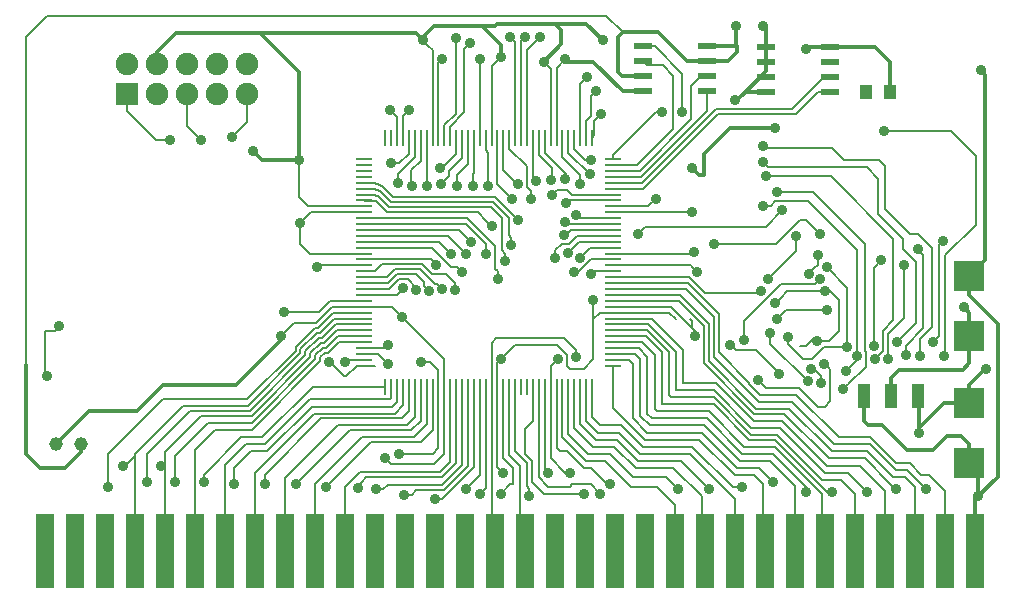
<source format=gtl>
G04 #@! TF.FileFunction,Copper,L1,Top,Signal*
%FSLAX46Y46*%
G04 Gerber Fmt 4.6, Leading zero omitted, Abs format (unit mm)*
G04 Created by KiCad (PCBNEW (after 2015-may-25 BZR unknown)-product) date 17/02/2017 21:19:06*
%MOMM*%
G01*
G04 APERTURE LIST*
%ADD10C,0.100000*%
%ADD11R,1.450000X0.250000*%
%ADD12R,0.250000X1.450000*%
%ADD13R,1.900000X1.900000*%
%ADD14C,1.900000*%
%ADD15C,1.168400*%
%ADD16R,1.600200X6.299200*%
%ADD17R,2.499360X2.550160*%
%ADD18R,1.000000X1.250000*%
%ADD19R,1.550000X0.600000*%
%ADD20R,1.016000X2.032000*%
%ADD21C,0.889000*%
%ADD22C,0.210000*%
%ADD23C,0.200000*%
%ADD24C,0.310000*%
%ADD25C,0.300000*%
G04 APERTURE END LIST*
D10*
D11*
X195450000Y-130900000D03*
X195450000Y-131400000D03*
X195450000Y-131900000D03*
X195450000Y-132400000D03*
X195450000Y-132900000D03*
X195450000Y-133400000D03*
X195450000Y-133900000D03*
X195450000Y-134400000D03*
X195450000Y-134900000D03*
X195450000Y-135400000D03*
X195450000Y-135900000D03*
X195450000Y-136400000D03*
X195450000Y-136900000D03*
X195450000Y-137400000D03*
X195450000Y-137900000D03*
X195450000Y-138400000D03*
X195450000Y-138900000D03*
X195450000Y-139400000D03*
X195450000Y-139900000D03*
X195450000Y-140400000D03*
X195450000Y-140900000D03*
X195450000Y-141400000D03*
X195450000Y-141900000D03*
X195450000Y-142400000D03*
X195450000Y-142900000D03*
X195450000Y-143400000D03*
X195450000Y-143900000D03*
X195450000Y-144400000D03*
X195450000Y-144900000D03*
X195450000Y-145400000D03*
X195450000Y-145900000D03*
X195450000Y-146400000D03*
X195450000Y-146900000D03*
X195450000Y-147400000D03*
X195450000Y-147900000D03*
X195450000Y-148400000D03*
D12*
X197250000Y-150200000D03*
X197750000Y-150200000D03*
X198250000Y-150200000D03*
X198750000Y-150200000D03*
X199250000Y-150200000D03*
X199750000Y-150200000D03*
X200250000Y-150200000D03*
X200750000Y-150200000D03*
X201250000Y-150200000D03*
X201750000Y-150200000D03*
X202250000Y-150200000D03*
X202750000Y-150200000D03*
X203250000Y-150200000D03*
X203750000Y-150200000D03*
X204250000Y-150200000D03*
X204750000Y-150200000D03*
X205250000Y-150200000D03*
X205750000Y-150200000D03*
X206250000Y-150200000D03*
X206750000Y-150200000D03*
X207250000Y-150200000D03*
X207750000Y-150200000D03*
X208250000Y-150200000D03*
X208750000Y-150200000D03*
X209250000Y-150200000D03*
X209750000Y-150200000D03*
X210250000Y-150200000D03*
X210750000Y-150200000D03*
X211250000Y-150200000D03*
X211750000Y-150200000D03*
X212250000Y-150200000D03*
X212750000Y-150200000D03*
X213250000Y-150200000D03*
X213750000Y-150200000D03*
X214250000Y-150200000D03*
X214750000Y-150200000D03*
D11*
X216550000Y-148400000D03*
X216550000Y-147900000D03*
X216550000Y-147400000D03*
X216550000Y-146900000D03*
X216550000Y-146400000D03*
X216550000Y-145900000D03*
X216550000Y-145400000D03*
X216550000Y-144900000D03*
X216550000Y-144400000D03*
X216550000Y-143900000D03*
X216550000Y-143400000D03*
X216550000Y-142900000D03*
X216550000Y-142400000D03*
X216550000Y-141900000D03*
X216550000Y-141400000D03*
X216550000Y-140900000D03*
X216550000Y-140400000D03*
X216550000Y-139900000D03*
X216550000Y-139400000D03*
X216550000Y-138900000D03*
X216550000Y-138400000D03*
X216550000Y-137900000D03*
X216550000Y-137400000D03*
X216550000Y-136900000D03*
X216550000Y-136400000D03*
X216550000Y-135900000D03*
X216550000Y-135400000D03*
X216550000Y-134900000D03*
X216550000Y-134400000D03*
X216550000Y-133900000D03*
X216550000Y-133400000D03*
X216550000Y-132900000D03*
X216550000Y-132400000D03*
X216550000Y-131900000D03*
X216550000Y-131400000D03*
X216550000Y-130900000D03*
D12*
X214750000Y-129100000D03*
X214250000Y-129100000D03*
X213750000Y-129100000D03*
X213250000Y-129100000D03*
X212750000Y-129100000D03*
X212250000Y-129100000D03*
X211750000Y-129100000D03*
X211250000Y-129100000D03*
X210750000Y-129100000D03*
X210250000Y-129100000D03*
X209750000Y-129100000D03*
X209250000Y-129100000D03*
X208750000Y-129100000D03*
X208250000Y-129100000D03*
X207750000Y-129100000D03*
X207250000Y-129100000D03*
X206750000Y-129100000D03*
X206250000Y-129100000D03*
X205750000Y-129100000D03*
X205250000Y-129100000D03*
X204750000Y-129100000D03*
X204250000Y-129100000D03*
X203750000Y-129100000D03*
X203250000Y-129100000D03*
X202750000Y-129100000D03*
X202250000Y-129100000D03*
X201750000Y-129100000D03*
X201250000Y-129100000D03*
X200750000Y-129100000D03*
X200250000Y-129100000D03*
X199750000Y-129100000D03*
X199250000Y-129100000D03*
X198750000Y-129100000D03*
X198250000Y-129100000D03*
X197750000Y-129100000D03*
X197250000Y-129100000D03*
D13*
X175420000Y-125370000D03*
D14*
X175420000Y-122830000D03*
X177960000Y-125370000D03*
X177960000Y-122830000D03*
X180500000Y-125370000D03*
X180500000Y-122830000D03*
X183040000Y-125370000D03*
X183040000Y-122830000D03*
X185580000Y-125370000D03*
X185580000Y-122830000D03*
D15*
X169402250Y-155050000D03*
X171497750Y-155050000D03*
D16*
X168443180Y-164118580D03*
X170983180Y-164118580D03*
X173523180Y-164118580D03*
X176063180Y-164118580D03*
X178603180Y-164118580D03*
X181143180Y-164118580D03*
X183683180Y-164118580D03*
X186223180Y-164118580D03*
X188763180Y-164118580D03*
X191303180Y-164118580D03*
X193843180Y-164118580D03*
X196383180Y-164118580D03*
X198923180Y-164118580D03*
X201463180Y-164118580D03*
X204003180Y-164118580D03*
X206543180Y-164118580D03*
X209083180Y-164118580D03*
X211623180Y-164118580D03*
X214163180Y-164118580D03*
X216703180Y-164118580D03*
X219243180Y-164118580D03*
X221783180Y-164118580D03*
X224323180Y-164118580D03*
X226863180Y-164118580D03*
X229403180Y-164118580D03*
X231943180Y-164118580D03*
X234483180Y-164118580D03*
X237023180Y-164118580D03*
X239563180Y-164118580D03*
X242103180Y-164118580D03*
X244643180Y-164118580D03*
X247183180Y-164118580D03*
D17*
X246700000Y-145874760D03*
X246700000Y-140825240D03*
X246700000Y-151575240D03*
X246700000Y-156624760D03*
D18*
X237950000Y-125250000D03*
X239950000Y-125250000D03*
D19*
X219065000Y-121358800D03*
X219065000Y-122628800D03*
X219065000Y-123898800D03*
X219065000Y-125168800D03*
X224465000Y-125168800D03*
X224465000Y-123898800D03*
X224465000Y-122628800D03*
X224465000Y-121358800D03*
X229499300Y-121371500D03*
X229499300Y-122641500D03*
X229499300Y-123911500D03*
X229499300Y-125181500D03*
X234899300Y-125181500D03*
X234899300Y-123911500D03*
X234899300Y-122641500D03*
X234899300Y-121371500D03*
D20*
X240050000Y-150952000D03*
X242336000Y-150952000D03*
X237764000Y-150952000D03*
D21*
X213703157Y-139272752D03*
X205250000Y-159250000D03*
X247450000Y-159450000D03*
X223350000Y-138750000D03*
X223250000Y-135350000D03*
X212450000Y-122450000D03*
X205250000Y-122450000D03*
X190050000Y-136300000D03*
X188450000Y-145850000D03*
X212850000Y-157450000D03*
X229250000Y-119650000D03*
X247650000Y-123350000D03*
X202050000Y-122450000D03*
X223450000Y-145850000D03*
X226850001Y-125870470D03*
X211849998Y-147850002D03*
X197250000Y-156250000D03*
X198650000Y-144250000D03*
X207050000Y-147850000D03*
X220150000Y-134250000D03*
X210650000Y-122650000D03*
X207050000Y-122250000D03*
X191450000Y-140050000D03*
X189950000Y-131000000D03*
X188650000Y-143850000D03*
X207250000Y-157450000D03*
X211050000Y-157450000D03*
X198400000Y-155850000D03*
X200450000Y-120850000D03*
X215650000Y-120850000D03*
X223650000Y-140450000D03*
X214850000Y-142850000D03*
X223250000Y-131650000D03*
X230250000Y-128250000D03*
X246250000Y-143450000D03*
X200250000Y-148050000D03*
X186050000Y-130250000D03*
X242448200Y-154112100D03*
X248149999Y-148650000D03*
X232850000Y-121550000D03*
X226950000Y-119650001D03*
X196450000Y-158850000D03*
X233024176Y-149710192D03*
X229850000Y-145650001D03*
X187050000Y-158450000D03*
X226469550Y-146650000D03*
X230620308Y-149057449D03*
X173800000Y-158650000D03*
X179450000Y-158250000D03*
X184450000Y-158450000D03*
X189650000Y-158450000D03*
X194906431Y-158706431D03*
X198850000Y-159299510D03*
X234114948Y-149864060D03*
X233331639Y-148655064D03*
X229250000Y-134850000D03*
X236250000Y-148850000D03*
X237170000Y-147613911D03*
X204050000Y-158850000D03*
X230450000Y-133650000D03*
X209450000Y-159450000D03*
X236012064Y-150398576D03*
X215450000Y-159250000D03*
X229450000Y-132350000D03*
X238689021Y-147843347D03*
X240548551Y-146392813D03*
X224650000Y-158850000D03*
X229250000Y-131150000D03*
X232850000Y-159050000D03*
X242550000Y-147550000D03*
X229250000Y-129750000D03*
X240450000Y-158850000D03*
X244550000Y-147550000D03*
X239450000Y-128550000D03*
X238050000Y-159050000D03*
X244450000Y-137850000D03*
X243650000Y-146350000D03*
X230050000Y-158250000D03*
X242350000Y-138550000D03*
X241306764Y-147446066D03*
X222050000Y-158850000D03*
X241150000Y-139850000D03*
X239787889Y-147825536D03*
X214050000Y-159250000D03*
X239250000Y-139450000D03*
X238609176Y-146747239D03*
X218650000Y-137250000D03*
X214650000Y-140650000D03*
X230850000Y-135250000D03*
X177050000Y-158250000D03*
X232050000Y-137450000D03*
X229650000Y-141050000D03*
X234050000Y-137250000D03*
X225050000Y-138050000D03*
X213369021Y-147674441D03*
X181902700Y-158250000D03*
X233850000Y-139050000D03*
X228806997Y-149577054D03*
X233083303Y-140592749D03*
X234434416Y-148210382D03*
X234650000Y-140050000D03*
X178250000Y-156850000D03*
X236382642Y-146847169D03*
X231386533Y-145954633D03*
X227650000Y-146250000D03*
X175050000Y-156850000D03*
X234090627Y-141032208D03*
X192250000Y-158650000D03*
X234438236Y-142076152D03*
X233779220Y-146278283D03*
X230283905Y-143086608D03*
X229050000Y-142050000D03*
X230410917Y-144402028D03*
X234650000Y-143650012D03*
X197750000Y-131250000D03*
X198350000Y-132950000D03*
X199550000Y-133150000D03*
X200750000Y-133150000D03*
X203250000Y-120650000D03*
X204450000Y-121050000D03*
X201850000Y-131650000D03*
X201950000Y-133050000D03*
X203350000Y-133150000D03*
X204650000Y-133150000D03*
X205950000Y-133150000D03*
X207950000Y-134250000D03*
X208450000Y-133050000D03*
X207850000Y-120550002D03*
X209072330Y-120534466D03*
X210350000Y-120550000D03*
X209969021Y-132748225D03*
X211250000Y-132650000D03*
X212450000Y-132550000D03*
X213750000Y-133050000D03*
X214550000Y-132150000D03*
X214650000Y-130950000D03*
X214350000Y-123950000D03*
X212682484Y-138865255D03*
X211644249Y-139263583D03*
X212406324Y-137346234D03*
X212465280Y-136248805D03*
X213401915Y-135609853D03*
X212549994Y-134650000D03*
X211350000Y-133950000D03*
X208450000Y-136050000D03*
X207889291Y-138183727D03*
X207393447Y-139524675D03*
X206250000Y-136550000D03*
X206765454Y-141041477D03*
X205817561Y-138931439D03*
X204510684Y-137909807D03*
X204063109Y-138913552D03*
X202838694Y-138943935D03*
X203739956Y-140456389D03*
X201531986Y-139835216D03*
X203146383Y-141987582D03*
X202042088Y-141926828D03*
X200950000Y-142050000D03*
X197450000Y-146650000D03*
X181650000Y-129250000D03*
X197450000Y-148250000D03*
X168650000Y-149250000D03*
X169650000Y-145050000D03*
X184250000Y-129050000D03*
X193871758Y-148050360D03*
X179050000Y-129250000D03*
X192511800Y-148050360D03*
X201450000Y-159719520D03*
X207050000Y-159250000D03*
X216250000Y-158450000D03*
X227450000Y-158650000D03*
X235050000Y-159050000D03*
X243050000Y-158850000D03*
X222409520Y-126950000D03*
X220650000Y-126950000D03*
X199250000Y-126750000D03*
X197650000Y-126750000D03*
X209550000Y-134250000D03*
X215550000Y-127050000D03*
X213249996Y-140450000D03*
X215050000Y-125150000D03*
X199851871Y-142005954D03*
X198766036Y-141836277D03*
D22*
X214147656Y-138828253D02*
X213703157Y-139272752D01*
X214575909Y-138400000D02*
X214147656Y-138828253D01*
X216550000Y-138400000D02*
X214575909Y-138400000D01*
D23*
X205750000Y-153850000D02*
X205750000Y-153950000D01*
X205750000Y-150200000D02*
X205750000Y-153850000D01*
D22*
X205750000Y-158750000D02*
X205250000Y-159250000D01*
X188894499Y-145405501D02*
X188450000Y-145850000D01*
X192754241Y-143400000D02*
X191383442Y-144770799D01*
X189529201Y-144770799D02*
X188894499Y-145405501D01*
X191383442Y-144770799D02*
X189529201Y-144770799D01*
X195450000Y-143400000D02*
X192754241Y-143400000D01*
D24*
X219065000Y-125168800D02*
X217368800Y-125168800D01*
X214850000Y-122650000D02*
X212650000Y-122650000D01*
X217368800Y-125168800D02*
X214850000Y-122650000D01*
X212650000Y-122650000D02*
X212450000Y-122450000D01*
X247450000Y-157374760D02*
X246700000Y-156624760D01*
X247450000Y-159450000D02*
X247450000Y-157374760D01*
X246700000Y-156624760D02*
X246700000Y-155039680D01*
X246700000Y-155039680D02*
X246001020Y-154340700D01*
X246001020Y-154340700D02*
X244823100Y-154340700D01*
X244823100Y-154340700D02*
X243654700Y-155509100D01*
X243654700Y-155509100D02*
X241432200Y-155509100D01*
X241432200Y-155509100D02*
X239311300Y-153388200D01*
X239311300Y-153388200D02*
X238117500Y-153388200D01*
X238117500Y-153388200D02*
X237764000Y-153034700D01*
X247183180Y-159716820D02*
X247450000Y-159450000D01*
D22*
X216550000Y-138900000D02*
X223200000Y-138900000D01*
X223200000Y-138900000D02*
X223350000Y-138750000D01*
X216550000Y-135400000D02*
X223200000Y-135400000D01*
X223200000Y-135400000D02*
X223250000Y-135350000D01*
X211750000Y-129100000D02*
X211750000Y-123150000D01*
X211750000Y-123150000D02*
X212450000Y-122450000D01*
X205250000Y-129100000D02*
X205250000Y-122450000D01*
X195450000Y-138900000D02*
X190900000Y-138900000D01*
D23*
X202250000Y-150200000D02*
X202250000Y-154350000D01*
X195450000Y-135400000D02*
X190950000Y-135400000D01*
X211250000Y-150200000D02*
X211250000Y-152600000D01*
D24*
X247183180Y-164118580D02*
X247183180Y-159716820D01*
X237764000Y-153034700D02*
X237764000Y-150952000D01*
D22*
X190900000Y-138900000D02*
X190050000Y-138050000D01*
X190050000Y-138050000D02*
X190050000Y-136300000D01*
D23*
X190950000Y-135400000D02*
X190050000Y-136300000D01*
D24*
X188450000Y-146250000D02*
X184650000Y-150050000D01*
X188450000Y-145850000D02*
X188450000Y-146250000D01*
X176250000Y-152250000D02*
X172250000Y-152250000D01*
X178450000Y-150050000D02*
X176250000Y-152250000D01*
X184650000Y-150050000D02*
X178450000Y-150050000D01*
X172250000Y-152250000D02*
X172202250Y-152250000D01*
X172202250Y-152250000D02*
X169402250Y-155050000D01*
D23*
X202250000Y-154250000D02*
X202250000Y-154350000D01*
X202250000Y-154350000D02*
X202250000Y-154250000D01*
D22*
X211250000Y-152600000D02*
X211250000Y-156250000D01*
X211250000Y-156250000D02*
X212450000Y-157450000D01*
X212450000Y-157450000D02*
X212850000Y-157450000D01*
D24*
X249115700Y-157784300D02*
X249115700Y-144826020D01*
X249115700Y-144826020D02*
X246700000Y-142410320D01*
X246700000Y-142410320D02*
X246700000Y-140825240D01*
X247450000Y-159450000D02*
X249115700Y-157784300D01*
D25*
X229499300Y-122641500D02*
X229499300Y-121371500D01*
X229499300Y-119899300D02*
X229250000Y-119650000D01*
X229499300Y-121371500D02*
X229499300Y-119899300D01*
X248050000Y-139475240D02*
X246700000Y-140825240D01*
X248050000Y-123750000D02*
X248050000Y-139475240D01*
X247650000Y-123350000D02*
X248050000Y-123750000D01*
D22*
X201750000Y-129100000D02*
X201750000Y-122750000D01*
X201750000Y-122750000D02*
X202050000Y-122450000D01*
X223450000Y-145421383D02*
X223450000Y-145850000D01*
X223050000Y-144450000D02*
X223250000Y-144650000D01*
X223250000Y-144650000D02*
X223250000Y-145221383D01*
X223250000Y-145221383D02*
X223450000Y-145421383D01*
D25*
X229499300Y-125181500D02*
X227718500Y-125181500D01*
X229499300Y-123400700D02*
X227294499Y-125605501D01*
X227718500Y-125181500D02*
X227294499Y-125605501D01*
X229499300Y-122641500D02*
X229499300Y-123400700D01*
X229499300Y-123911500D02*
X229024300Y-123911500D01*
X227294499Y-125605501D02*
X227294489Y-125605501D01*
X229024300Y-123911500D02*
X227065330Y-125870470D01*
X227294489Y-125605501D02*
X227029520Y-125870470D01*
X227029520Y-125870470D02*
X226850001Y-125870470D01*
X227065330Y-125870470D02*
X226850001Y-125870470D01*
D22*
X221428617Y-143400000D02*
X223250000Y-145221383D01*
X216550000Y-143400000D02*
X221428617Y-143400000D01*
X211405499Y-148294501D02*
X211849998Y-147850002D01*
X211250000Y-150200000D02*
X211250000Y-148450000D01*
X211250000Y-148450000D02*
X211405499Y-148294501D01*
X205750000Y-153950000D02*
X205750000Y-158750000D01*
X202250000Y-155850000D02*
X201405501Y-156694499D01*
X202250000Y-154350000D02*
X202250000Y-155850000D01*
X201405501Y-156694499D02*
X197694499Y-156694499D01*
X197694499Y-156694499D02*
X197250000Y-156250000D01*
X202250000Y-150200000D02*
X202250000Y-147850000D01*
X195450000Y-143400000D02*
X197800000Y-143400000D01*
X197800000Y-143400000D02*
X198205501Y-143805501D01*
X198205501Y-143805501D02*
X198650000Y-144250000D01*
X202250000Y-147850000D02*
X199094499Y-144694499D01*
X199094499Y-144694499D02*
X198650000Y-144250000D01*
X206750000Y-150200000D02*
X206750000Y-148150000D01*
D24*
X246700000Y-145874760D02*
X246700000Y-145849360D01*
D22*
X216550000Y-134900000D02*
X219500000Y-134900000D01*
X219500000Y-134900000D02*
X220150000Y-134250000D01*
X211250000Y-129100000D02*
X211250000Y-123250000D01*
X211250000Y-123250000D02*
X210650000Y-122650000D01*
X206250000Y-129100000D02*
X206250000Y-123050000D01*
X206250000Y-123050000D02*
X207050000Y-122250000D01*
X195450000Y-139900000D02*
X191600000Y-139900000D01*
D23*
X210750000Y-150200000D02*
X210750000Y-154450000D01*
X195450000Y-134900000D02*
X190700000Y-134900000D01*
X206750000Y-150200000D02*
X206750000Y-153200000D01*
D22*
X221300000Y-143900000D02*
X221850000Y-144450000D01*
X216550000Y-143900000D02*
X221300000Y-143900000D01*
D24*
X240050000Y-150952000D02*
X240050000Y-150444000D01*
D23*
X189950000Y-134150000D02*
X189950000Y-131000000D01*
D22*
X206750000Y-156950000D02*
X207250000Y-157450000D01*
X191600000Y-139900000D02*
X191450000Y-140050000D01*
X210750000Y-157150000D02*
X211050000Y-157450000D01*
X210750000Y-154450000D02*
X210750000Y-157150000D01*
D23*
X190700000Y-134900000D02*
X189950000Y-134150000D01*
D22*
X191650000Y-143850000D02*
X188650000Y-143850000D01*
X195450000Y-142900000D02*
X192600000Y-142900000D01*
X192600000Y-142900000D02*
X191650000Y-143850000D01*
D23*
X201250000Y-155850000D02*
X198400000Y-155850000D01*
X201750000Y-150200000D02*
X201750000Y-155350000D01*
X201750000Y-155350000D02*
X201250000Y-155850000D01*
D22*
X206750000Y-153200000D02*
X206750000Y-156950000D01*
D23*
X210750000Y-154450000D02*
X210750000Y-154500000D01*
D22*
X201250000Y-121650000D02*
X200894499Y-121294499D01*
X201250000Y-129100000D02*
X201250000Y-121650000D01*
X200894499Y-121294499D02*
X200450000Y-120850000D01*
D24*
X189950000Y-123550000D02*
X186650000Y-120250000D01*
X186550000Y-120250000D02*
X179550000Y-120250000D01*
X186650000Y-120250000D02*
X186550000Y-120250000D01*
X179550000Y-120250000D02*
X177960000Y-121840000D01*
X177960000Y-121840000D02*
X177960000Y-122830000D01*
X189950000Y-131000000D02*
X189950000Y-123550000D01*
X199850000Y-120250000D02*
X200450000Y-120850000D01*
X186550000Y-120250000D02*
X199850000Y-120250000D01*
X205450000Y-119650000D02*
X207050000Y-121250000D01*
X207050000Y-121250000D02*
X207050000Y-122250000D01*
X201350000Y-119650000D02*
X205450000Y-119650000D01*
X200450000Y-120550000D02*
X201350000Y-119650000D01*
X200450000Y-120850000D02*
X200450000Y-120550000D01*
X215650000Y-120850000D02*
X214250000Y-119450000D01*
X214250000Y-119450000D02*
X211450000Y-119450000D01*
X206550000Y-119650000D02*
X205450000Y-119650000D01*
X206550000Y-119650000D02*
X206750000Y-119450000D01*
X210650000Y-122650000D02*
X212150000Y-121150000D01*
X211350000Y-119450000D02*
X211650000Y-119450000D01*
X211650000Y-119450000D02*
X212150000Y-119950000D01*
X212150000Y-119950000D02*
X212150000Y-121150000D01*
X211350000Y-119450000D02*
X206750000Y-119450000D01*
X240050000Y-149450000D02*
X240750000Y-148750000D01*
X240750000Y-148750000D02*
X246150000Y-148750000D01*
X246150000Y-148750000D02*
X246700000Y-148200000D01*
X246700000Y-148200000D02*
X246700000Y-145874760D01*
X240050000Y-150952000D02*
X240050000Y-149450000D01*
D22*
X216550000Y-139900000D02*
X223100000Y-139900000D01*
X223100000Y-139900000D02*
X223205501Y-140005501D01*
X223205501Y-140005501D02*
X223650000Y-140450000D01*
X206750000Y-148150000D02*
X207050000Y-147850000D01*
X214850000Y-144450000D02*
X215400000Y-143900000D01*
X215400000Y-143900000D02*
X216550000Y-143900000D01*
X214850000Y-144450000D02*
X214850000Y-142850000D01*
D24*
X223850000Y-132250000D02*
X223250000Y-131650000D01*
X246700000Y-145874760D02*
X246700000Y-143900000D01*
X224250000Y-130450000D02*
X224250000Y-132250000D01*
X226450000Y-128250000D02*
X224250000Y-130450000D01*
X230250000Y-128250000D02*
X226450000Y-128250000D01*
X246700000Y-143900000D02*
X246250000Y-143450000D01*
X224250000Y-132250000D02*
X223850000Y-132250000D01*
D22*
X214050000Y-148650000D02*
X214850000Y-147850000D01*
X212609501Y-148409501D02*
X212850000Y-148650000D01*
X211774064Y-146650000D02*
X212609503Y-147485437D01*
X212850000Y-148650000D02*
X214050000Y-148650000D01*
X207050000Y-147850000D02*
X208250000Y-146650000D01*
X214850000Y-147850000D02*
X214850000Y-144450000D01*
X208250000Y-146650000D02*
X211774064Y-146650000D01*
X212609503Y-147485437D02*
X212609501Y-148409501D01*
X201050000Y-148050000D02*
X201750000Y-148750000D01*
X201750000Y-148750000D02*
X201750000Y-150200000D01*
X200250000Y-148050000D02*
X201050000Y-148050000D01*
D24*
X189950000Y-131000000D02*
X186800000Y-131000000D01*
X186800000Y-131000000D02*
X186050000Y-130250000D01*
X242448200Y-151064200D02*
X242336000Y-150952000D01*
X242448200Y-154112100D02*
X242448200Y-151064200D01*
X171497750Y-155702250D02*
X170150000Y-157050000D01*
X170150000Y-157050000D02*
X168050000Y-157050000D01*
X168050000Y-157050000D02*
X166850000Y-155850000D01*
X166850000Y-155850000D02*
X166850000Y-148350000D01*
X171497750Y-155050000D02*
X171497750Y-155702250D01*
X246700000Y-149990160D02*
X248040160Y-148650000D01*
X246700000Y-151575240D02*
X246700000Y-149990160D01*
X248040160Y-148650000D02*
X248149999Y-148650000D01*
D25*
X232850000Y-121550000D02*
X233028500Y-121371500D01*
X233028500Y-121371500D02*
X234899300Y-121371500D01*
X227041200Y-121358800D02*
X224465000Y-121358800D01*
X227041200Y-121858800D02*
X226271200Y-122628800D01*
X226271200Y-122628800D02*
X224465000Y-122628800D01*
X227041200Y-121358800D02*
X227041200Y-121858800D01*
X227041200Y-121358800D02*
X226950000Y-121267600D01*
X226950000Y-121267600D02*
X226950000Y-120278618D01*
X226950000Y-120278618D02*
X226950000Y-119650001D01*
X216950000Y-123550000D02*
X217298800Y-123898800D01*
X216950000Y-120550000D02*
X216950000Y-123550000D01*
X217298800Y-123898800D02*
X219065000Y-123898800D01*
X217350000Y-120150000D02*
X216950000Y-120550000D01*
X220350000Y-120150000D02*
X217450000Y-120150000D01*
X222828800Y-122628800D02*
X220350000Y-120150000D01*
X224465000Y-122628800D02*
X222828800Y-122628800D01*
X238671500Y-121371500D02*
X239950000Y-122650000D01*
X239950000Y-122650000D02*
X239950000Y-125250000D01*
X234899300Y-121371500D02*
X238671500Y-121371500D01*
D22*
X217450000Y-120150000D02*
X217350000Y-120150000D01*
X166850000Y-120550000D02*
X166850000Y-148350000D01*
X168650000Y-118750000D02*
X166850000Y-120550000D01*
X215950000Y-118750000D02*
X168650000Y-118750000D01*
X217350000Y-120150000D02*
X215950000Y-118750000D01*
D24*
X242448200Y-153651800D02*
X244524760Y-151575240D01*
X244524760Y-151575240D02*
X246700000Y-151575240D01*
X242448200Y-154112100D02*
X242448200Y-153651800D01*
D22*
X203750000Y-150200000D02*
X203750000Y-156762036D01*
X197078617Y-158850000D02*
X196450000Y-158850000D01*
X197458607Y-158470010D02*
X197078617Y-158850000D01*
X202042026Y-158470010D02*
X197458607Y-158470010D01*
X203750000Y-156762036D02*
X202042026Y-158470010D01*
X233050009Y-150049991D02*
X233024176Y-150024158D01*
X233024176Y-150024158D02*
X233024176Y-149710192D01*
X229850000Y-146278618D02*
X229850000Y-145650001D01*
X233024176Y-149710192D02*
X229850000Y-146536016D01*
X229850000Y-146536016D02*
X229850000Y-146278618D01*
X199250000Y-150200000D02*
X199250000Y-152250000D01*
X191850000Y-152850000D02*
X187050000Y-157650000D01*
X187050000Y-157650000D02*
X187050000Y-158450000D01*
X199250000Y-152250000D02*
X198650000Y-152850000D01*
X198650000Y-152850000D02*
X191850000Y-152850000D01*
X226914049Y-147094499D02*
X228657358Y-147094499D01*
X230175809Y-148612950D02*
X230620308Y-149057449D01*
X226469550Y-146650000D02*
X226914049Y-147094499D01*
X228657358Y-147094499D02*
X230175809Y-148612950D01*
X178450000Y-151250000D02*
X173800000Y-155900000D01*
X192848223Y-143900000D02*
X191557414Y-145190809D01*
X189652249Y-147162664D02*
X185564913Y-151250000D01*
X185564913Y-151250000D02*
X178450000Y-151250000D01*
X191277374Y-145190809D02*
X189652249Y-146815934D01*
X189652249Y-146815934D02*
X189652249Y-147162664D01*
X173800000Y-158021383D02*
X173800000Y-158650000D01*
X191557414Y-145190809D02*
X191277374Y-145190809D01*
X195450000Y-143900000D02*
X192848223Y-143900000D01*
X173800000Y-155900000D02*
X173800000Y-158021383D01*
X192253306Y-146870849D02*
X191973266Y-146870849D01*
X195450000Y-145900000D02*
X193224155Y-145900000D01*
X193224155Y-145900000D02*
X192253306Y-146870849D01*
X191332289Y-147511826D02*
X191332289Y-147858564D01*
X191332289Y-147858564D02*
X185940853Y-153250000D01*
X185940853Y-153250000D02*
X182250000Y-153250000D01*
X182250000Y-153250000D02*
X179450000Y-156050000D01*
X179450000Y-157621383D02*
X179450000Y-158250000D01*
X179450000Y-156050000D02*
X179450000Y-157621383D01*
X191973266Y-146870849D02*
X191332289Y-147511826D01*
X198250000Y-151450000D02*
X197850000Y-151850000D01*
X198250000Y-150200000D02*
X198250000Y-151450000D01*
X197850000Y-151850000D02*
X191050000Y-151850000D01*
X191050000Y-151850000D02*
X187250000Y-155650000D01*
X187250000Y-155650000D02*
X185850000Y-155650000D01*
X184450000Y-157050000D02*
X184450000Y-158450000D01*
X185850000Y-155650000D02*
X184450000Y-157050000D01*
X200250000Y-150200000D02*
X200250000Y-153050000D01*
X194250000Y-153850000D02*
X189650000Y-158450000D01*
X199450000Y-153850000D02*
X194250000Y-153850000D01*
X200250000Y-153050000D02*
X199450000Y-153850000D01*
X203250000Y-150200000D02*
X203250000Y-156668054D01*
X203250000Y-156668054D02*
X202068054Y-157850000D01*
X195294499Y-158205501D02*
X194850000Y-158650000D01*
X195650000Y-157850000D02*
X195294499Y-158205501D01*
X202068054Y-157850000D02*
X195650000Y-157850000D01*
X199478617Y-159299510D02*
X198850000Y-159299510D01*
X199888107Y-158890020D02*
X199478617Y-159299510D01*
X204250000Y-156856018D02*
X202215998Y-158890020D01*
X202215998Y-158890020D02*
X199888107Y-158890020D01*
X204250000Y-150200000D02*
X204250000Y-156856018D01*
X233534569Y-148655064D02*
X233331639Y-148655064D01*
X234114948Y-149235443D02*
X233534569Y-148655064D01*
X234114948Y-149864060D02*
X234114948Y-149235443D01*
X233050000Y-134450000D02*
X237170000Y-138570000D01*
X230278617Y-134450000D02*
X233050000Y-134450000D01*
X237170000Y-146985294D02*
X237170000Y-147613911D01*
X229878617Y-134850000D02*
X230278617Y-134450000D01*
X236250000Y-148850000D02*
X237170000Y-147930000D01*
X237170000Y-147930000D02*
X237170000Y-147613911D01*
X237170000Y-138570000D02*
X237170000Y-146985294D01*
X229250000Y-134850000D02*
X229878617Y-134850000D01*
X205250000Y-150200000D02*
X205250000Y-157650000D01*
X205250000Y-157650000D02*
X204494499Y-158405501D01*
X204494499Y-158405501D02*
X204050000Y-158850000D01*
X208250000Y-150200000D02*
X208250000Y-155650000D01*
X208250000Y-155650000D02*
X209229990Y-156629990D01*
X209229990Y-156629990D02*
X209229990Y-158601373D01*
X209229990Y-158601373D02*
X209450000Y-158821383D01*
X209450000Y-158821383D02*
X209450000Y-159450000D01*
X237850000Y-138050000D02*
X237850000Y-146382353D01*
X236456563Y-149954077D02*
X236012064Y-150398576D01*
X237850000Y-146382353D02*
X237849675Y-146382678D01*
X237929501Y-148481139D02*
X236456563Y-149954077D01*
X237849675Y-147169524D02*
X237929501Y-147249350D01*
X237929501Y-147249350D02*
X237929501Y-148481139D01*
X233450000Y-133650000D02*
X237850000Y-138050000D01*
X237849675Y-146382678D02*
X237849675Y-147169524D01*
X230450000Y-133650000D02*
X233450000Y-133650000D01*
X210250000Y-150200000D02*
X210250000Y-157850000D01*
X210250000Y-157850000D02*
X210250000Y-157050000D01*
X210250000Y-157850000D02*
X211050000Y-158650000D01*
X211050000Y-158650000D02*
X212850000Y-158650000D01*
X212850000Y-158650000D02*
X213050000Y-158450000D01*
X214650000Y-158450000D02*
X215450000Y-159250000D01*
X213050000Y-158450000D02*
X214650000Y-158450000D01*
X239369021Y-145418494D02*
X239369021Y-147163347D01*
X234950000Y-132350000D02*
X240250000Y-137650000D01*
X229450000Y-132350000D02*
X234950000Y-132350000D01*
X240250000Y-144537515D02*
X239369021Y-145418494D01*
X239369021Y-147163347D02*
X239133520Y-147398848D01*
X239133520Y-147398848D02*
X238689021Y-147843347D01*
X240250000Y-137650000D02*
X240250000Y-144537515D01*
X242150000Y-139650000D02*
X242150000Y-144791364D01*
X238950000Y-132550000D02*
X238950000Y-135550000D01*
X241050000Y-137650000D02*
X241050000Y-138550000D01*
X238950000Y-135550000D02*
X241050000Y-137650000D01*
X237994499Y-131594499D02*
X238950000Y-132550000D01*
X229694499Y-131594499D02*
X237994499Y-131594499D01*
X229250000Y-131150000D02*
X229694499Y-131594499D01*
X241050000Y-138550000D02*
X242150000Y-139650000D01*
X242150000Y-144791364D02*
X240993050Y-145948314D01*
X240993050Y-145948314D02*
X240548551Y-146392813D01*
X218650000Y-156450000D02*
X222250000Y-156450000D01*
X222250000Y-156450000D02*
X224650000Y-158850000D01*
X216850000Y-154650000D02*
X218650000Y-156450000D01*
X213750000Y-153350000D02*
X215050000Y-154650000D01*
X213750000Y-150200000D02*
X213750000Y-153350000D01*
X215050000Y-154650000D02*
X216850000Y-154650000D01*
X230050000Y-155850000D02*
X232850000Y-158650000D01*
X232850000Y-158650000D02*
X232850000Y-159050000D01*
X224450000Y-152850000D02*
X227450000Y-155850000D01*
X227450000Y-155850000D02*
X230050000Y-155850000D01*
X219450000Y-152450000D02*
X219850000Y-152850000D01*
X219850000Y-152850000D02*
X224450000Y-152850000D01*
X219450000Y-147650000D02*
X219450000Y-152450000D01*
X218700000Y-146900000D02*
X219450000Y-147650000D01*
X216550000Y-146900000D02*
X218700000Y-146900000D01*
X242550000Y-146150000D02*
X242550000Y-147550000D01*
X243550000Y-138450000D02*
X243550000Y-145150000D01*
X241675110Y-137275110D02*
X242375110Y-137275110D01*
X239550000Y-135150000D02*
X241675110Y-137275110D01*
X239550000Y-131450000D02*
X239550000Y-135150000D01*
X239050000Y-130950000D02*
X239550000Y-131450000D01*
X236050000Y-130950000D02*
X239050000Y-130950000D01*
X235050000Y-129950000D02*
X236050000Y-130950000D01*
X242375110Y-137275110D02*
X243550000Y-138450000D01*
X229450000Y-129950000D02*
X235050000Y-129950000D01*
X243550000Y-145150000D02*
X242550000Y-146150000D01*
X229250000Y-129750000D02*
X229450000Y-129950000D01*
X245150000Y-128550000D02*
X239450000Y-128550000D01*
X247250000Y-130650000D02*
X245150000Y-128550000D01*
X247250000Y-136450000D02*
X247250000Y-130650000D01*
X244650000Y-139050000D02*
X247250000Y-136450000D01*
X244650000Y-147450000D02*
X244650000Y-139050000D01*
X244550000Y-147550000D02*
X244650000Y-147450000D01*
X222100000Y-142900000D02*
X224209501Y-145009501D01*
X224209501Y-145009501D02*
X224209501Y-148203484D01*
X228456025Y-152450008D02*
X231050008Y-152450008D01*
X237850000Y-156250000D02*
X240005501Y-158405501D01*
X240005501Y-158405501D02*
X240450000Y-158850000D01*
X231050008Y-152450008D02*
X234850000Y-156250000D01*
X224209501Y-148203484D02*
X228456025Y-152450008D01*
X216550000Y-142900000D02*
X222100000Y-142900000D01*
X234850000Y-156250000D02*
X237850000Y-156250000D01*
X225050000Y-150450000D02*
X228250000Y-153650000D01*
X221850000Y-150450000D02*
X225050000Y-150450000D01*
X219500000Y-144900000D02*
X221850000Y-147250000D01*
X221850000Y-147250000D02*
X221850000Y-150450000D01*
X216550000Y-144900000D02*
X219500000Y-144900000D01*
X236450000Y-157450000D02*
X238050000Y-159050000D01*
X228250000Y-153650000D02*
X230650000Y-153650000D01*
X230650000Y-153650000D02*
X234450000Y-157450000D01*
X234450000Y-157450000D02*
X236450000Y-157450000D01*
X244150000Y-138150000D02*
X244450000Y-137850000D01*
X244150000Y-145850000D02*
X244150000Y-138150000D01*
X243650000Y-146350000D02*
X244150000Y-145850000D01*
X227050000Y-157050000D02*
X228850000Y-157050000D01*
X228850000Y-157050000D02*
X230050000Y-158250000D01*
X218250000Y-152450000D02*
X218250000Y-152850000D01*
X218250000Y-152850000D02*
X219450000Y-154050000D01*
X217900000Y-147900000D02*
X218250000Y-148250000D01*
X216550000Y-147900000D02*
X217900000Y-147900000D01*
X218250000Y-148250000D02*
X218250000Y-152450000D01*
X219450000Y-154050000D02*
X224050000Y-154050000D01*
X224050000Y-154050000D02*
X227050000Y-157050000D01*
X241306764Y-146817449D02*
X241306764Y-147446066D01*
X241306764Y-146693236D02*
X241306764Y-146817449D01*
X242794499Y-145205501D02*
X241306764Y-146693236D01*
X242350000Y-138550000D02*
X242794499Y-138994499D01*
X242794499Y-138994499D02*
X242794499Y-145205501D01*
X212750000Y-150200000D02*
X212750000Y-154150000D01*
X221050000Y-157850000D02*
X222050000Y-158850000D01*
X216250000Y-155850000D02*
X218250000Y-157850000D01*
X218250000Y-157850000D02*
X221050000Y-157850000D01*
X214450000Y-155850000D02*
X216250000Y-155850000D01*
X212750000Y-154150000D02*
X214450000Y-155850000D01*
X239789031Y-145710969D02*
X239789031Y-147195777D01*
X239787889Y-147196919D02*
X239787889Y-147825536D01*
X241150000Y-139850000D02*
X241150000Y-144350000D01*
X241150000Y-144350000D02*
X239789031Y-145710969D01*
X239789031Y-147195777D02*
X239787889Y-147196919D01*
X209750000Y-153050000D02*
X209750000Y-150200000D01*
X209650000Y-156450000D02*
X209050000Y-155850000D01*
X209050000Y-153750000D02*
X209750000Y-153050000D01*
X209050000Y-155850000D02*
X209050000Y-153750000D01*
X209650000Y-158250000D02*
X209650000Y-156450000D01*
X210650000Y-159250000D02*
X209650000Y-158250000D01*
X214050000Y-159250000D02*
X210650000Y-159250000D01*
X238609176Y-140090824D02*
X238609176Y-146118622D01*
X238609176Y-146118622D02*
X238609176Y-146747239D01*
X239250000Y-139450000D02*
X238609176Y-140090824D01*
X214650000Y-140650000D02*
X214900000Y-140400000D01*
X214900000Y-140400000D02*
X216550000Y-140400000D01*
X229450000Y-136650000D02*
X219250000Y-136650000D01*
X230850000Y-135250000D02*
X229450000Y-136650000D01*
X219250000Y-136650000D02*
X218650000Y-137250000D01*
X190492269Y-147163880D02*
X190492269Y-147510614D01*
X177050000Y-155850000D02*
X177050000Y-157621383D01*
X185814463Y-152188420D02*
X180711580Y-152188420D01*
X180711580Y-152188420D02*
X177050000Y-155850000D01*
X190492269Y-147510614D02*
X185814463Y-152188420D01*
X191625320Y-146030829D02*
X190492269Y-147163880D01*
X195450000Y-144900000D02*
X193036189Y-144900000D01*
X177050000Y-157621383D02*
X177050000Y-158250000D01*
X193036189Y-144900000D02*
X191905360Y-146030829D01*
X191905360Y-146030829D02*
X191625320Y-146030829D01*
X232050000Y-137450000D02*
X232050000Y-138650000D01*
X230094499Y-140605501D02*
X229650000Y-141050000D01*
X232050000Y-138650000D02*
X230094499Y-140605501D01*
X206250000Y-156850000D02*
X206250000Y-150200000D01*
X206250000Y-163825400D02*
X206250000Y-156850000D01*
X206250000Y-163825400D02*
X206543180Y-164118580D01*
X232850000Y-136050000D02*
X234050000Y-137250000D01*
X225050000Y-138050000D02*
X230325938Y-138050000D01*
X230325938Y-138050000D02*
X232325938Y-136050000D01*
X232325938Y-136050000D02*
X232450000Y-136050000D01*
X232450000Y-136050000D02*
X232850000Y-136050000D01*
X213369021Y-147045824D02*
X213369021Y-147674441D01*
X206650000Y-146050000D02*
X212373197Y-146050000D01*
X206250000Y-146450000D02*
X206650000Y-146050000D01*
X206250000Y-150200000D02*
X206250000Y-146450000D01*
X212373197Y-146050000D02*
X213369021Y-147045824D01*
X195089900Y-150200000D02*
X191100000Y-150200000D01*
X191100000Y-150200000D02*
X186850000Y-154450000D01*
X197250000Y-150200000D02*
X195089900Y-150200000D01*
X186850000Y-154450000D02*
X185074083Y-154450000D01*
X185074083Y-154450000D02*
X181902700Y-157621383D01*
X181902700Y-157621383D02*
X181902700Y-158250000D01*
X233850000Y-139050000D02*
X233850000Y-139826052D01*
X233850000Y-139826052D02*
X233527802Y-140148250D01*
X233527802Y-140148250D02*
X233083303Y-140592749D01*
X234450000Y-151850000D02*
X234878915Y-151421085D01*
X232250000Y-150250000D02*
X233850000Y-151850000D01*
X233850000Y-151850000D02*
X234450000Y-151850000D01*
X228806997Y-149577054D02*
X229479943Y-150250000D01*
X229479943Y-150250000D02*
X232250000Y-150250000D01*
X234878915Y-151421085D02*
X234878915Y-148654881D01*
X234878915Y-148654881D02*
X234434416Y-148210382D01*
X234434416Y-148150553D02*
X234434416Y-148210382D01*
X234298931Y-148015068D02*
X234434416Y-148150553D01*
X190912279Y-147337853D02*
X190912279Y-147684589D01*
X181650000Y-152650000D02*
X178603180Y-155696820D01*
X190912279Y-147684589D02*
X185946868Y-152650000D01*
X195450000Y-145400000D02*
X193130172Y-145400000D01*
X191799293Y-146450839D02*
X190912279Y-147337853D01*
X193130172Y-145400000D02*
X192079333Y-146450839D01*
X192079333Y-146450839D02*
X191799293Y-146450839D01*
X178603180Y-155696820D02*
X178603180Y-157250000D01*
X185946868Y-152650000D02*
X181650000Y-152650000D01*
X178603180Y-157250000D02*
X178603180Y-160758980D01*
X178603180Y-160758980D02*
X178603180Y-164118580D01*
X178603180Y-157203180D02*
X178250000Y-156850000D01*
X178603180Y-157250000D02*
X178603180Y-157203180D01*
X236382642Y-146218552D02*
X236382642Y-146847169D01*
X234650000Y-140050000D02*
X236382642Y-141782642D01*
X236382642Y-141782642D02*
X236382642Y-146218552D01*
X236382642Y-146847169D02*
X234406302Y-146847169D01*
X234406302Y-146847169D02*
X233403471Y-147850000D01*
X232653283Y-147850000D02*
X231386533Y-146583250D01*
X231386533Y-146583250D02*
X231386533Y-145954633D01*
X233403471Y-147850000D02*
X232653283Y-147850000D01*
X180131590Y-151768410D02*
X176063180Y-155836820D01*
X191731387Y-145610819D02*
X191451347Y-145610819D01*
X192942206Y-144400000D02*
X191731387Y-145610819D01*
X191451347Y-145610819D02*
X190072259Y-146989907D01*
X190072259Y-146989907D02*
X190072259Y-147336639D01*
X195450000Y-144400000D02*
X192942206Y-144400000D01*
X185640488Y-151768410D02*
X180131590Y-151768410D01*
X190072259Y-147336639D02*
X185640488Y-151768410D01*
X176063180Y-155836820D02*
X176063180Y-156050000D01*
X176063180Y-156050000D02*
X176063180Y-160758980D01*
X176063180Y-160758980D02*
X176063180Y-164118580D01*
X175250000Y-156850000D02*
X175050000Y-156850000D01*
X176050000Y-156050000D02*
X175250000Y-156850000D01*
X176063180Y-156050000D02*
X176050000Y-156050000D01*
X227650000Y-146250000D02*
X227650000Y-144596451D01*
X227650000Y-144596451D02*
X230769744Y-141476707D01*
X233646128Y-141476707D02*
X234090627Y-141032208D01*
X230769744Y-141476707D02*
X233646128Y-141476707D01*
X196050000Y-154850000D02*
X192250000Y-158650000D01*
X200250000Y-154850000D02*
X196050000Y-154850000D01*
X201250000Y-153850000D02*
X200250000Y-154850000D01*
X201250000Y-150200000D02*
X201250000Y-153850000D01*
X232357844Y-146745812D02*
X232909512Y-146745812D01*
X232909512Y-146745812D02*
X233657815Y-145997509D01*
X233779220Y-146118914D02*
X233779220Y-146278283D01*
X233657815Y-145997509D02*
X233779220Y-146118914D01*
X230728404Y-142642109D02*
X230283905Y-143086608D01*
X234438236Y-142076152D02*
X231294361Y-142076152D01*
X231294361Y-142076152D02*
X230728404Y-142642109D01*
X234876152Y-142076152D02*
X235650000Y-142850000D01*
X235650000Y-142850000D02*
X235650000Y-145450000D01*
X235650000Y-145450000D02*
X234821717Y-146278283D01*
X234821717Y-146278283D02*
X233779220Y-146278283D01*
X234438236Y-142076152D02*
X234876152Y-142076152D01*
X234021383Y-143650012D02*
X234650000Y-143650012D01*
X230410917Y-144402028D02*
X231162933Y-143650012D01*
X231162933Y-143650012D02*
X234021383Y-143650012D01*
X216550000Y-140900000D02*
X222975938Y-140900000D01*
X222975938Y-140900000D02*
X224325938Y-142250000D01*
X224325938Y-142250000D02*
X228850000Y-142250000D01*
X228850000Y-142250000D02*
X229050000Y-142050000D01*
X198450000Y-131250000D02*
X199250000Y-130450000D01*
X199250000Y-130450000D02*
X199250000Y-129100000D01*
X197750000Y-131250000D02*
X198450000Y-131250000D01*
X198350000Y-132150000D02*
X199750000Y-130750000D01*
X199750000Y-130750000D02*
X199750000Y-129100000D01*
X198350000Y-132950000D02*
X198350000Y-132150000D01*
X200250000Y-131050000D02*
X199450000Y-131850000D01*
X199450000Y-131850000D02*
X199450000Y-133050000D01*
X199450000Y-133050000D02*
X199550000Y-133150000D01*
X200250000Y-129100000D02*
X200250000Y-131050000D01*
X200750000Y-129100000D02*
X200750000Y-133150000D01*
X202250000Y-128050000D02*
X203250000Y-127050000D01*
X202250000Y-129100000D02*
X202250000Y-128050000D01*
X203250000Y-127050000D02*
X203250000Y-121278617D01*
X203250000Y-121278617D02*
X203250000Y-120650000D01*
X202750000Y-128150000D02*
X202750000Y-129100000D01*
X203950000Y-126950000D02*
X202750000Y-128150000D01*
X203950000Y-121550000D02*
X203950000Y-126950000D01*
X204450000Y-121050000D02*
X203950000Y-121550000D01*
X203250000Y-130450000D02*
X203250000Y-129100000D01*
X202050000Y-131650000D02*
X203250000Y-130450000D01*
X201850000Y-131650000D02*
X202050000Y-131650000D01*
X201950000Y-133050000D02*
X202650000Y-132350000D01*
X202650000Y-132350000D02*
X202650000Y-131950000D01*
X202650000Y-131950000D02*
X203750000Y-130850000D01*
X203750000Y-130850000D02*
X203750000Y-129100000D01*
X203350000Y-132250000D02*
X204250000Y-131350000D01*
X204250000Y-131350000D02*
X204250000Y-129100000D01*
X203350000Y-133150000D02*
X203350000Y-132250000D01*
X204650000Y-132150000D02*
X204750000Y-132050000D01*
X204750000Y-132050000D02*
X204750000Y-129100000D01*
X204650000Y-133150000D02*
X204650000Y-132150000D01*
X205950000Y-133150000D02*
X205950000Y-130350000D01*
X205950000Y-130350000D02*
X205750000Y-130150000D01*
X205750000Y-130150000D02*
X205750000Y-129100000D01*
X206750000Y-129100000D02*
X206750000Y-133050000D01*
X206750000Y-133050000D02*
X207505501Y-133805501D01*
X207505501Y-133805501D02*
X207950000Y-134250000D01*
X207250000Y-129100000D02*
X207250000Y-131850000D01*
X207250000Y-131850000D02*
X208005501Y-132605501D01*
X208005501Y-132605501D02*
X208450000Y-133050000D01*
X208250000Y-129100000D02*
X208250000Y-120950002D01*
X208250000Y-120950002D02*
X207850000Y-120550002D01*
X208750000Y-120856796D02*
X209072330Y-120534466D01*
X208750000Y-129100000D02*
X208750000Y-120856796D01*
X209250000Y-121650000D02*
X209905501Y-120994499D01*
X209905501Y-120994499D02*
X210350000Y-120550000D01*
X209250000Y-129100000D02*
X209250000Y-121650000D01*
X209750000Y-132529204D02*
X209969021Y-132748225D01*
X209750000Y-129100000D02*
X209750000Y-132529204D01*
X210250000Y-130550000D02*
X210250000Y-129100000D01*
X211350000Y-132550000D02*
X211350000Y-131650000D01*
X211250000Y-132650000D02*
X211350000Y-132550000D01*
X211350000Y-131650000D02*
X210250000Y-130550000D01*
X212550000Y-132450000D02*
X212550000Y-132150000D01*
X212450000Y-132550000D02*
X212550000Y-132450000D01*
X210750000Y-130350000D02*
X210750000Y-129100000D01*
X212550000Y-132150000D02*
X210750000Y-130350000D01*
X213750000Y-132250000D02*
X212250000Y-130750000D01*
X212250000Y-130750000D02*
X212250000Y-129100000D01*
X213750000Y-133050000D02*
X213750000Y-132250000D01*
X212750000Y-130350000D02*
X214550000Y-132150000D01*
X212750000Y-129100000D02*
X212750000Y-130350000D01*
X213250000Y-130035000D02*
X214165000Y-130950000D01*
X213250000Y-129100000D02*
X213250000Y-130035000D01*
X214165000Y-130950000D02*
X214650000Y-130950000D01*
X214350000Y-123950000D02*
X213750000Y-124550000D01*
X213750000Y-124550000D02*
X213750000Y-129100000D01*
X213126983Y-138420756D02*
X212682484Y-138865255D01*
X216550000Y-137900000D02*
X213647739Y-137900000D01*
X213647739Y-137900000D02*
X213126983Y-138420756D01*
X216550000Y-137400000D02*
X213476620Y-137400000D01*
X212770885Y-138105735D02*
X212173480Y-138105735D01*
X212173480Y-138105735D02*
X211644249Y-138634966D01*
X211644249Y-138634966D02*
X211644249Y-139263583D01*
X213476620Y-137400000D02*
X212770885Y-138105735D01*
X216550000Y-136900000D02*
X212947902Y-136900000D01*
X212501668Y-137346234D02*
X212406324Y-137346234D01*
X212947902Y-136900000D02*
X212501668Y-137346234D01*
X216550000Y-136400000D02*
X212616475Y-136400000D01*
X212616475Y-136400000D02*
X212465280Y-136248805D01*
X212465280Y-136134720D02*
X212465280Y-136248805D01*
X212700000Y-135900000D02*
X212465280Y-136134720D01*
X213692062Y-135900000D02*
X213401915Y-135609853D01*
X216550000Y-135900000D02*
X213692062Y-135900000D01*
X216550000Y-135900000D02*
X216500000Y-135850000D01*
X216550000Y-134400000D02*
X212799994Y-134400000D01*
X212799994Y-134400000D02*
X212549994Y-134650000D01*
X216550000Y-133900000D02*
X213024062Y-133900000D01*
X213024062Y-133900000D02*
X212629563Y-133505501D01*
X212629563Y-133505501D02*
X211794499Y-133505501D01*
X211794499Y-133505501D02*
X211350000Y-133950000D01*
X196680964Y-133119979D02*
X196774947Y-133119979D01*
X196774947Y-133119979D02*
X196854936Y-133199969D01*
X196600974Y-133039989D02*
X196680964Y-133119979D01*
X196948920Y-133199969D02*
X197898951Y-134150000D01*
X206550000Y-134150000D02*
X208450000Y-136050000D01*
X196854936Y-133199969D02*
X196948920Y-133199969D01*
X195509999Y-132959999D02*
X196427001Y-132959999D01*
X195450000Y-132900000D02*
X195509999Y-132959999D01*
X196427001Y-132959999D02*
X196490001Y-133022999D01*
X196490001Y-133022999D02*
X196490001Y-133039989D01*
X196490001Y-133039989D02*
X196600974Y-133039989D01*
X197898951Y-134150000D02*
X206550000Y-134150000D01*
X195450000Y-133400000D02*
X195509999Y-133459999D01*
X197724978Y-134570010D02*
X206376028Y-134570010D01*
X196490001Y-133539989D02*
X196600973Y-133539989D01*
X207690499Y-135884481D02*
X207690499Y-137356318D01*
X196410011Y-133459999D02*
X196490001Y-133539989D01*
X207889291Y-137555110D02*
X207889291Y-138183727D01*
X196774947Y-133619979D02*
X197724978Y-134570010D01*
X196600973Y-133539989D02*
X196680963Y-133619979D01*
X207690499Y-137356318D02*
X207889291Y-137555110D01*
X195509999Y-133459999D02*
X196410011Y-133459999D01*
X196680963Y-133619979D02*
X196774947Y-133619979D01*
X206376028Y-134570010D02*
X207690499Y-135884481D01*
X206202056Y-134990020D02*
X207129790Y-135917754D01*
X197551005Y-134990020D02*
X206202056Y-134990020D01*
X207129790Y-138632401D02*
X207393447Y-138896058D01*
X196490001Y-134039989D02*
X196600974Y-134039989D01*
X196410011Y-133959999D02*
X196490001Y-134039989D01*
X195450000Y-133900000D02*
X195509999Y-133959999D01*
X195509999Y-133959999D02*
X196410011Y-133959999D01*
X207129790Y-135917754D02*
X207129790Y-138632401D01*
X196600974Y-134039989D02*
X197551005Y-134990020D01*
X207393447Y-138896058D02*
X207393447Y-139524675D01*
X205805501Y-136105501D02*
X206250000Y-136550000D01*
X205110029Y-135410030D02*
X205805501Y-136105501D01*
X195450000Y-134400000D02*
X195509999Y-134459999D01*
X195509999Y-134459999D02*
X196427001Y-134459999D01*
X196427001Y-134459999D02*
X197377032Y-135410030D01*
X197377032Y-135410030D02*
X205110029Y-135410030D01*
X206577062Y-140224468D02*
X206765454Y-140412860D01*
X204204331Y-135900000D02*
X206577062Y-138272731D01*
X206577062Y-138272731D02*
X206577062Y-140224468D01*
X206765454Y-140412860D02*
X206765454Y-141041477D01*
X195450000Y-135900000D02*
X204204331Y-135900000D01*
X195450000Y-136400000D02*
X204110348Y-136400000D01*
X204110348Y-136400000D02*
X205817561Y-138107213D01*
X205817561Y-138302822D02*
X205817561Y-138931439D01*
X205817561Y-138107213D02*
X205817561Y-138302822D01*
X204066185Y-137465308D02*
X204510684Y-137909807D01*
X203500877Y-136900000D02*
X204066185Y-137465308D01*
X195450000Y-136900000D02*
X203500877Y-136900000D01*
X203618610Y-138469053D02*
X204063109Y-138913552D01*
X195450000Y-137400000D02*
X202549557Y-137400000D01*
X202549557Y-137400000D02*
X203618610Y-138469053D01*
X201794759Y-137900000D02*
X202394195Y-138499436D01*
X202394195Y-138499436D02*
X202838694Y-138943935D01*
X195450000Y-137900000D02*
X201794759Y-137900000D01*
X203295457Y-140011890D02*
X203739956Y-140456389D01*
X201195926Y-138400000D02*
X202807816Y-140011890D01*
X195450000Y-138400000D02*
X201195926Y-138400000D01*
X202807816Y-140011890D02*
X203295457Y-140011890D01*
X195450000Y-139400000D02*
X196385000Y-139400000D01*
X196385000Y-139400000D02*
X196394283Y-139390717D01*
X201087487Y-139390717D02*
X201531986Y-139835216D01*
X196394283Y-139390717D02*
X201087487Y-139390717D01*
X202382135Y-140594717D02*
X203146383Y-141358965D01*
X200389454Y-139816746D02*
X201167425Y-140594717D01*
X195450000Y-140400000D02*
X196385000Y-140400000D01*
X201167425Y-140594717D02*
X202382135Y-140594717D01*
X196385000Y-140400000D02*
X196968254Y-139816746D01*
X203146383Y-141358965D02*
X203146383Y-141987582D01*
X196968254Y-139816746D02*
X200389454Y-139816746D01*
X201461054Y-141482329D02*
X201597589Y-141482329D01*
X200215481Y-140236756D02*
X201461054Y-141482329D01*
X198053529Y-140236756D02*
X200215481Y-140236756D01*
X195450000Y-140900000D02*
X197390285Y-140900000D01*
X197390285Y-140900000D02*
X198053529Y-140236756D01*
X201597589Y-141482329D02*
X202042088Y-141926828D01*
X199880838Y-140656766D02*
X200505501Y-141281429D01*
X198227502Y-140656766D02*
X199880838Y-140656766D01*
X197484268Y-141400000D02*
X198227502Y-140656766D01*
X200505501Y-141605501D02*
X200950000Y-142050000D01*
X195450000Y-141400000D02*
X197484268Y-141400000D01*
X200505501Y-141281429D02*
X200505501Y-141605501D01*
X241650000Y-156650000D02*
X242650000Y-157650000D01*
X232050000Y-150850000D02*
X235650000Y-154450000D01*
X243250000Y-157650000D02*
X244643180Y-159043180D01*
X225469531Y-147269531D02*
X228047496Y-149847496D01*
X235650000Y-154450000D02*
X238250000Y-154450000D01*
X244643180Y-160758980D02*
X244643180Y-164118580D01*
X216550000Y-141400000D02*
X222881955Y-141400000D01*
X228047496Y-149847496D02*
X228047496Y-149941615D01*
X222881955Y-141400000D02*
X225469531Y-143987576D01*
X225469531Y-143987576D02*
X225469531Y-147269531D01*
X244643180Y-159043180D02*
X244643180Y-160758980D01*
X238250000Y-154450000D02*
X240450000Y-156650000D01*
X228955881Y-150850000D02*
X232050000Y-150850000D01*
X228047496Y-149941615D02*
X228955881Y-150850000D01*
X240450000Y-156650000D02*
X241650000Y-156650000D01*
X242650000Y-157650000D02*
X243250000Y-157650000D01*
X224629511Y-144835528D02*
X224629511Y-148029511D01*
X240250000Y-157850000D02*
X241250000Y-157850000D01*
X242103180Y-158703180D02*
X242103180Y-160758980D01*
X216550000Y-142400000D02*
X222193983Y-142400000D01*
X222193983Y-142400000D02*
X224629511Y-144835528D01*
X228629998Y-152029998D02*
X231429998Y-152029998D01*
X224629511Y-148029511D02*
X228629998Y-152029998D01*
X231429998Y-152029998D02*
X235050000Y-155650000D01*
X235050000Y-155650000D02*
X238050000Y-155650000D01*
X238050000Y-155650000D02*
X240250000Y-157850000D01*
X241250000Y-157850000D02*
X242103180Y-158703180D01*
X242103180Y-160758980D02*
X242103180Y-164118580D01*
X230850000Y-153050000D02*
X234650000Y-156850000D01*
X239563180Y-158963180D02*
X239563180Y-164118580D01*
X237450000Y-156850000D02*
X239563180Y-158963180D01*
X234650000Y-156850000D02*
X237450000Y-156850000D01*
X225250000Y-149850000D02*
X228450000Y-153050000D01*
X228450000Y-153050000D02*
X230850000Y-153050000D01*
X222450000Y-149850000D02*
X224450000Y-149850000D01*
X224450000Y-149850000D02*
X225250000Y-149850000D01*
X222450000Y-147050000D02*
X222450000Y-149850000D01*
X219800000Y-144400000D02*
X222450000Y-147050000D01*
X216550000Y-144400000D02*
X219800000Y-144400000D01*
X230429998Y-154229998D02*
X234250000Y-158050000D01*
X237023180Y-159223180D02*
X237023180Y-164118580D01*
X235850000Y-158050000D02*
X237023180Y-159223180D01*
X234250000Y-158050000D02*
X235850000Y-158050000D01*
X225050000Y-151050000D02*
X228229998Y-154229998D01*
X228229998Y-154229998D02*
X230429998Y-154229998D01*
X221250000Y-150850000D02*
X221450000Y-151050000D01*
X221450000Y-151050000D02*
X225050000Y-151050000D01*
X221250000Y-147250000D02*
X221250000Y-150850000D01*
X219400000Y-145400000D02*
X221250000Y-147250000D01*
X216550000Y-145400000D02*
X219400000Y-145400000D01*
X220050000Y-147450000D02*
X220050000Y-152050000D01*
X219000000Y-146400000D02*
X220050000Y-147450000D01*
X216550000Y-146400000D02*
X219000000Y-146400000D01*
X220050000Y-152050000D02*
X220250000Y-152250000D01*
X230250000Y-155250000D02*
X234250000Y-159250000D01*
X227650000Y-155250000D02*
X230250000Y-155250000D01*
X234250000Y-163885400D02*
X234483180Y-164118580D01*
X234250000Y-159250000D02*
X234250000Y-163885400D01*
X220250000Y-152250000D02*
X224650000Y-152250000D01*
X224650000Y-152250000D02*
X227650000Y-155250000D01*
X229850000Y-156450000D02*
X231943180Y-158543180D01*
X227250000Y-156450000D02*
X229850000Y-156450000D01*
X224250000Y-153450000D02*
X227250000Y-156450000D01*
X231943180Y-158543180D02*
X231943180Y-164118580D01*
X216550000Y-147400000D02*
X218400000Y-147400000D01*
X218400000Y-147400000D02*
X218850000Y-147850000D01*
X218850000Y-152650000D02*
X219650000Y-153450000D01*
X218850000Y-147850000D02*
X218850000Y-152650000D01*
X219650000Y-153450000D02*
X224250000Y-153450000D01*
D23*
X195450000Y-146900000D02*
X197200000Y-146900000D01*
X197200000Y-146900000D02*
X197450000Y-146650000D01*
D22*
X180500000Y-128100000D02*
X180500000Y-125370000D01*
X180500000Y-128100000D02*
X181650000Y-129250000D01*
X196600000Y-147400000D02*
X197450000Y-148250000D01*
X195450000Y-147400000D02*
X196600000Y-147400000D01*
X168450000Y-149050000D02*
X168450000Y-145450000D01*
X168650000Y-149250000D02*
X168450000Y-149050000D01*
X169250000Y-145450000D02*
X169650000Y-145050000D01*
X168450000Y-145450000D02*
X169250000Y-145450000D01*
X185580000Y-127720000D02*
X185580000Y-125370000D01*
X185580000Y-127720000D02*
X184250000Y-129050000D01*
X194022118Y-147900000D02*
X193871758Y-148050360D01*
X195450000Y-147900000D02*
X194022118Y-147900000D01*
X175420000Y-126820000D02*
X175420000Y-125370000D01*
X177850000Y-129250000D02*
X179050000Y-129250000D01*
X175420000Y-126820000D02*
X177850000Y-129250000D01*
X195450000Y-148400000D02*
X194850000Y-148400000D01*
X192956299Y-148494859D02*
X192511800Y-148050360D01*
X193951200Y-149298800D02*
X193760240Y-149298800D01*
X194850000Y-148400000D02*
X193951200Y-149298800D01*
X193760240Y-149298800D02*
X192956299Y-148494859D01*
D23*
X195450000Y-148400000D02*
X196377045Y-148400000D01*
D22*
X201450000Y-159650000D02*
X201450000Y-159719520D01*
X202050000Y-159650000D02*
X201450000Y-159650000D01*
X204750000Y-156950000D02*
X202050000Y-159650000D01*
X204750000Y-150200000D02*
X204750000Y-156950000D01*
X207850000Y-158450000D02*
X207050000Y-159250000D01*
X207250000Y-150200000D02*
X207250000Y-156250000D01*
X208050000Y-157050000D02*
X208050000Y-158450000D01*
X207250000Y-156250000D02*
X208050000Y-157050000D01*
X208050000Y-158450000D02*
X207850000Y-158450000D01*
X191752299Y-148032539D02*
X185934838Y-153850000D01*
X181143180Y-160758980D02*
X181143180Y-164118580D01*
X181143180Y-155556820D02*
X181143180Y-160758980D01*
X185934838Y-153850000D02*
X182850000Y-153850000D01*
X191752299Y-147685799D02*
X191752299Y-148032539D01*
X192427279Y-147290859D02*
X192147239Y-147290859D01*
X193318138Y-146400000D02*
X192427279Y-147290859D01*
X195450000Y-146400000D02*
X193318138Y-146400000D01*
X182850000Y-153850000D02*
X181143180Y-155556820D01*
X192147239Y-147290859D02*
X191752299Y-147685799D01*
X185450000Y-155050000D02*
X183683180Y-156816820D01*
X183683180Y-156816820D02*
X183683180Y-164118580D01*
X190850000Y-151250000D02*
X187050000Y-155050000D01*
X187050000Y-155050000D02*
X185450000Y-155050000D01*
X197650000Y-151250000D02*
X190850000Y-151250000D01*
X197750000Y-151150000D02*
X197650000Y-151250000D01*
X197750000Y-150200000D02*
X197750000Y-151150000D01*
X208650000Y-163685400D02*
X209083180Y-164118580D01*
X208650000Y-156850000D02*
X208650000Y-163685400D01*
X207750000Y-155950000D02*
X208650000Y-156850000D01*
X207750000Y-150200000D02*
X207750000Y-155950000D01*
X186223180Y-157476820D02*
X186223180Y-164118580D01*
X198750000Y-150200000D02*
X198750000Y-151750000D01*
X191250000Y-152450000D02*
X186223180Y-157476820D01*
X198050000Y-152450000D02*
X191250000Y-152450000D01*
X198750000Y-151750000D02*
X198050000Y-152450000D01*
X188763180Y-157936820D02*
X188763180Y-164118580D01*
X199750000Y-150200000D02*
X199750000Y-152750000D01*
X193250000Y-153450000D02*
X188763180Y-157936820D01*
X199050000Y-153450000D02*
X193250000Y-153450000D01*
X199750000Y-152750000D02*
X199050000Y-153450000D01*
X191303180Y-158396820D02*
X191303180Y-164118580D01*
X195250000Y-154450000D02*
X191303180Y-158396820D01*
X199650000Y-154450000D02*
X195250000Y-154450000D01*
X200750000Y-153350000D02*
X199650000Y-154450000D01*
X200750000Y-150200000D02*
X200750000Y-153350000D01*
X193843180Y-160758980D02*
X193843180Y-164118580D01*
X193843180Y-158695558D02*
X193843180Y-160758980D01*
X195108748Y-157429990D02*
X193843180Y-158695558D01*
X201894082Y-157429990D02*
X195108748Y-157429990D01*
X202750000Y-156574072D02*
X201894082Y-157429990D01*
X202750000Y-150200000D02*
X202750000Y-156574072D01*
X211750000Y-155350000D02*
X212050000Y-155650000D01*
X211750000Y-150200000D02*
X211750000Y-155350000D01*
X212050000Y-155650000D02*
X212650000Y-155650000D01*
X212650000Y-155650000D02*
X214050000Y-157050000D01*
X214050000Y-157050000D02*
X214650000Y-157050000D01*
X214650000Y-157050000D02*
X216250000Y-158650000D01*
X216250000Y-158650000D02*
X216250000Y-158450000D01*
X214750000Y-152750000D02*
X215450000Y-153450000D01*
X214750000Y-150200000D02*
X214750000Y-152750000D01*
X215450000Y-153450000D02*
X217250000Y-153450000D01*
X217250000Y-153450000D02*
X219050000Y-155250000D01*
X219050000Y-155250000D02*
X223250000Y-155250000D01*
X223250000Y-155250000D02*
X226650000Y-158650000D01*
X226650000Y-158650000D02*
X227450000Y-158650000D01*
X230250000Y-154650000D02*
X234650000Y-159050000D01*
X234650000Y-159050000D02*
X235050000Y-159050000D01*
X220650000Y-151650000D02*
X224450000Y-151650000D01*
X224450000Y-151650000D02*
X225050000Y-151650000D01*
X219300000Y-145900000D02*
X220650000Y-147250000D01*
X216550000Y-145900000D02*
X219300000Y-145900000D01*
X220650000Y-147250000D02*
X220650000Y-151650000D01*
X225050000Y-151650000D02*
X228050000Y-154650000D01*
X228050000Y-154650000D02*
X230250000Y-154650000D01*
X235250000Y-155050000D02*
X238250000Y-155050000D01*
X240450000Y-157250000D02*
X241450000Y-157250000D01*
X216550000Y-141900000D02*
X222700000Y-141900000D01*
X222700000Y-141900000D02*
X225049521Y-144249521D01*
X225049521Y-144249521D02*
X225049521Y-147649521D01*
X225049521Y-147649521D02*
X228850000Y-151450000D01*
X228850000Y-151450000D02*
X231650000Y-151450000D01*
X238250000Y-155050000D02*
X240450000Y-157250000D01*
X231650000Y-151450000D02*
X235250000Y-155050000D01*
X241450000Y-157250000D02*
X242605501Y-158405501D01*
X242605501Y-158405501D02*
X243050000Y-158850000D01*
X223850000Y-154650000D02*
X226850000Y-157650000D01*
X219250000Y-154650000D02*
X223850000Y-154650000D01*
X216550000Y-151950000D02*
X219250000Y-154650000D01*
X216550000Y-148400000D02*
X216550000Y-151950000D01*
X226850000Y-157650000D02*
X228450000Y-157650000D01*
X228450000Y-157650000D02*
X229250000Y-158450000D01*
X229250000Y-163965400D02*
X229403180Y-164118580D01*
X229250000Y-158450000D02*
X229250000Y-163965400D01*
X223050000Y-155850000D02*
X226850000Y-159650000D01*
X217050000Y-154050000D02*
X218850000Y-155850000D01*
X218850000Y-155850000D02*
X223050000Y-155850000D01*
X215250000Y-154050000D02*
X217050000Y-154050000D01*
X214250000Y-153050000D02*
X215250000Y-154050000D01*
X226850000Y-164105400D02*
X226863180Y-164118580D01*
X226850000Y-159650000D02*
X226850000Y-164105400D01*
X214250000Y-150200000D02*
X214250000Y-153050000D01*
X213250000Y-153650000D02*
X214850000Y-155250000D01*
X213250000Y-150200000D02*
X213250000Y-153650000D01*
X224050000Y-163845400D02*
X224323180Y-164118580D01*
X224050000Y-159450000D02*
X224050000Y-163845400D01*
X214850000Y-155250000D02*
X216650000Y-155250000D01*
X216650000Y-155250000D02*
X218450000Y-157050000D01*
X218450000Y-157050000D02*
X221650000Y-157050000D01*
X221650000Y-157050000D02*
X224050000Y-159450000D01*
X221783180Y-160183180D02*
X221783180Y-164118580D01*
X220250000Y-158650000D02*
X221783180Y-160183180D01*
X215850000Y-156450000D02*
X218050000Y-158650000D01*
X218050000Y-158650000D02*
X220250000Y-158650000D01*
X214250000Y-156450000D02*
X215850000Y-156450000D01*
X212250000Y-154450000D02*
X214250000Y-156450000D01*
X212250000Y-150200000D02*
X212250000Y-154450000D01*
X225450000Y-127050000D02*
X232045800Y-127050000D01*
X219100000Y-133400000D02*
X225450000Y-127050000D01*
X216550000Y-133400000D02*
X219100000Y-133400000D01*
X232045800Y-127050000D02*
X233914300Y-125181500D01*
X233914300Y-125181500D02*
X234899300Y-125181500D01*
X234424300Y-123911500D02*
X234899300Y-123911500D01*
X231705810Y-126629990D02*
X234424300Y-123911500D01*
X218987966Y-132900000D02*
X225257976Y-126629990D01*
X225257976Y-126629990D02*
X231705810Y-126629990D01*
X216550000Y-132900000D02*
X218987966Y-132900000D01*
X224546200Y-125250000D02*
X224465000Y-125168800D01*
X224465000Y-126828983D02*
X224465000Y-125678800D01*
X216550000Y-132400000D02*
X218893983Y-132400000D01*
X218893983Y-132400000D02*
X224465000Y-126828983D01*
X224465000Y-125678800D02*
X224465000Y-125168800D01*
X224465000Y-123898800D02*
X223990000Y-123898800D01*
X223990000Y-123898800D02*
X223169021Y-124719779D01*
X223169021Y-124719779D02*
X223169021Y-127530979D01*
X223169021Y-127530979D02*
X218800000Y-131900000D01*
X218800000Y-131900000D02*
X217485000Y-131900000D01*
X217485000Y-131900000D02*
X216550000Y-131900000D01*
X220750000Y-122950000D02*
X219386200Y-122950000D01*
X221650000Y-123850000D02*
X220750000Y-122950000D01*
X221650000Y-128350000D02*
X221650000Y-123850000D01*
X218600000Y-131400000D02*
X221650000Y-128350000D01*
X219386200Y-122950000D02*
X219065000Y-122628800D01*
X216550000Y-131400000D02*
X218600000Y-131400000D01*
X220050000Y-121358800D02*
X222409520Y-123718320D01*
X219065000Y-121358800D02*
X220050000Y-121358800D01*
X222409520Y-123718320D02*
X222409520Y-126321383D01*
X222409520Y-126321383D02*
X222409520Y-126950000D01*
X216550000Y-130900000D02*
X216550000Y-130565000D01*
X216550000Y-130565000D02*
X220165000Y-126950000D01*
X220165000Y-126950000D02*
X220650000Y-126950000D01*
X198750000Y-129100000D02*
X198750000Y-127250000D01*
X198750000Y-127250000D02*
X198805501Y-127194499D01*
X198805501Y-127194499D02*
X199250000Y-126750000D01*
X198250000Y-129100000D02*
X198250000Y-127350000D01*
X198250000Y-127350000D02*
X198094499Y-127194499D01*
X198094499Y-127194499D02*
X197650000Y-126750000D01*
X207750000Y-129100000D02*
X207750000Y-130035000D01*
X207750000Y-130035000D02*
X209209501Y-131494501D01*
X209209501Y-131494501D02*
X209209501Y-133280884D01*
X209209501Y-133280884D02*
X209550000Y-133621383D01*
X209550000Y-133621383D02*
X209550000Y-134250000D01*
X215550000Y-127050000D02*
X214950000Y-127650000D01*
X214950000Y-127650000D02*
X214950000Y-128900000D01*
X214950000Y-128900000D02*
X214750000Y-129100000D01*
X213600062Y-140450000D02*
X213249996Y-140450000D01*
X216550000Y-139400000D02*
X214650062Y-139400000D01*
X214650062Y-139400000D02*
X213600062Y-140450000D01*
X215050000Y-125150000D02*
X214650000Y-125550000D01*
X214650000Y-125550000D02*
X214650000Y-127250000D01*
X214650000Y-127250000D02*
X214250000Y-127650000D01*
X214250000Y-127650000D02*
X214250000Y-129100000D01*
X198401475Y-141076776D02*
X199137686Y-141076776D01*
X199851871Y-141790961D02*
X199851871Y-142005954D01*
X195450000Y-141900000D02*
X197578251Y-141900000D01*
X197578251Y-141900000D02*
X198401475Y-141076776D01*
X199137686Y-141076776D02*
X199851871Y-141790961D01*
X195450000Y-142400000D02*
X198202313Y-142400000D01*
X198202313Y-142400000D02*
X198321537Y-142280776D01*
X198321537Y-142280776D02*
X198766036Y-141836277D01*
M02*

</source>
